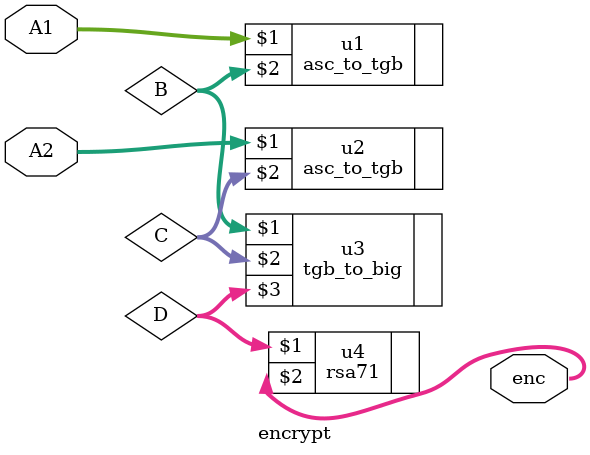
<source format=v>
module encrypt(input[6:0] A1,A2 ,output[13:0] enc);
	wire[13:0] D;
	wire[5:0] B,C;
	asc_to_tgb u1(A1,B);
	asc_to_tgb u2(A2,C);
	tgb_to_big u3(B,C,D);
	rsa71 u4(D,enc);
endmodule
</source>
